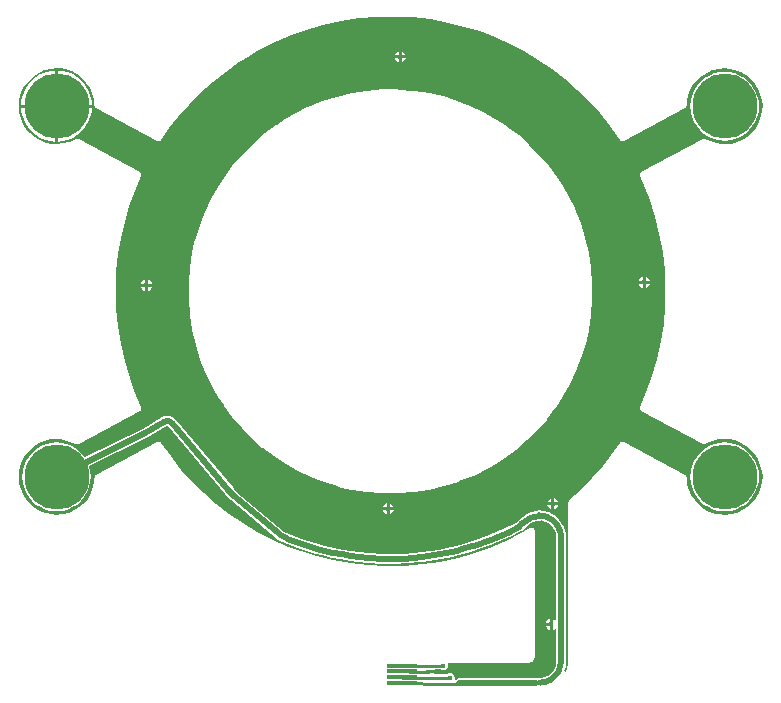
<source format=gbr>
%TF.GenerationSoftware,Altium Limited,Altium Designer,21.8.1 (53)*%
G04 Layer_Physical_Order=2*
G04 Layer_Color=16711680*
%FSLAX45Y45*%
%MOMM*%
%TF.SameCoordinates,9CAB6441-B9E9-44DD-A1F1-36E89FF17874*%
%TF.FilePolarity,Positive*%
%TF.FileFunction,Copper,L2,Bot,Signal*%
%TF.Part,Single*%
G01*
G75*
%TA.AperFunction,Conductor*%
%ADD10C,0.50800*%
%TA.AperFunction,SMDPad,CuDef*%
%ADD12R,2.50000X0.30000*%
%TA.AperFunction,Conductor*%
%ADD13C,0.25400*%
%TA.AperFunction,ComponentPad*%
%ADD14C,5.50000*%
%TA.AperFunction,ViaPad*%
%ADD15C,0.45000*%
G36*
X3014760Y3890630D02*
X3166483Y3873405D01*
X3316952Y3846226D01*
X3450637Y3813349D01*
X3582292Y3772571D01*
X3711422Y3724024D01*
X3837556Y3667858D01*
X3960244Y3604252D01*
X4079048Y3533406D01*
X4193534Y3455554D01*
X4303292Y3370947D01*
X4407915Y3279869D01*
X4507018Y3182623D01*
X4600228Y3079542D01*
X4689253Y2968245D01*
X4769947Y2853796D01*
X4772496Y2851372D01*
X4774736Y2848657D01*
X4776128Y2847918D01*
X4777269Y2846833D01*
X4780552Y2845568D01*
X4783660Y2843917D01*
X4785229Y2843767D01*
X4786699Y2843201D01*
X4790215Y2843289D01*
X4793718Y2842953D01*
X4795225Y2843415D01*
X4796800Y2843454D01*
X4800016Y2844882D01*
X4803380Y2845912D01*
X5321970Y3124852D01*
X5324056Y3126573D01*
X5326422Y3127882D01*
X5327915Y3129757D01*
X5329765Y3131283D01*
X5331034Y3133672D01*
X5332718Y3135786D01*
X5333380Y3138089D01*
X5334505Y3140207D01*
X5334763Y3142899D01*
X5335510Y3145497D01*
X5338891Y3185848D01*
X5347224Y3225388D01*
X5366044Y3276141D01*
X5393185Y3323130D01*
X5428203Y3365241D01*
X5465529Y3397622D01*
X5507754Y3424074D01*
X5553807Y3443746D01*
X5605856Y3456598D01*
X5656667Y3460635D01*
X5698616Y3457868D01*
X5741798Y3449082D01*
X5792550Y3430338D01*
X5839610Y3403230D01*
X5881791Y3368227D01*
X5914233Y3330901D01*
X5940738Y3288665D01*
X5960456Y3242590D01*
X5973366Y3190393D01*
X5977412Y3139539D01*
X5974644Y3097589D01*
X5965858Y3054406D01*
X5947114Y3003652D01*
X5920007Y2956594D01*
X5885006Y2914414D01*
X5847681Y2881973D01*
X5805445Y2855468D01*
X5759371Y2835749D01*
X5707176Y2822841D01*
X5656157Y2818783D01*
X5622423Y2820579D01*
X5588812Y2826001D01*
X5540263Y2840598D01*
X5493542Y2863071D01*
X5491549Y2863584D01*
X5489730Y2864546D01*
X5486701Y2864832D01*
X5483756Y2865590D01*
X5481720Y2865302D01*
X5479670Y2865495D01*
X5476762Y2864600D01*
X5473751Y2864173D01*
X5471979Y2863127D01*
X5470013Y2862521D01*
X4951251Y2582441D01*
X4948188Y2579906D01*
X4944922Y2577639D01*
X4944322Y2576706D01*
X4943467Y2575998D01*
X4941607Y2572484D01*
X4939457Y2569140D01*
X4939260Y2568048D01*
X4938740Y2567066D01*
X4938367Y2563108D01*
X4937661Y2559196D01*
X4937896Y2558111D01*
X4937792Y2557006D01*
X4938962Y2553207D01*
X4939806Y2549322D01*
X4983362Y2449196D01*
X5022526Y2346167D01*
X5068334Y2201679D01*
X5104657Y2054454D01*
X5131338Y1905013D01*
X5148232Y1753984D01*
X5155235Y1602006D01*
X5152284Y1449730D01*
X5139360Y1297808D01*
X5116532Y1147142D01*
X5083785Y997872D01*
X5043093Y856566D01*
X4994770Y721196D01*
X4939342Y591510D01*
X4938540Y587698D01*
X4937394Y583978D01*
X4937506Y582790D01*
X4937260Y581622D01*
X4937977Y577794D01*
X4938342Y573918D01*
X4938900Y572863D01*
X4939120Y571690D01*
X4941247Y568428D01*
X4943068Y564987D01*
X4943988Y564226D01*
X4944640Y563226D01*
X4947852Y561027D01*
X4950852Y558543D01*
X5470012Y278240D01*
X5472368Y277515D01*
X5474531Y276328D01*
X5477151Y276042D01*
X5479670Y275266D01*
X5482125Y275498D01*
X5484576Y275229D01*
X5487106Y275967D01*
X5489730Y276214D01*
X5491910Y277368D01*
X5494277Y278058D01*
X5521515Y292241D01*
X5548922Y303415D01*
X5601864Y317254D01*
X5656751Y321960D01*
X5698622Y319198D01*
X5741803Y310412D01*
X5792557Y291668D01*
X5839613Y264562D01*
X5881796Y229558D01*
X5914235Y192234D01*
X5940740Y149998D01*
X5960458Y103924D01*
X5973366Y51729D01*
X5977412Y872D01*
X5974644Y-41077D01*
X5965858Y-84260D01*
X5947114Y-135014D01*
X5920007Y-182072D01*
X5885004Y-224254D01*
X5847679Y-256695D01*
X5805443Y-283200D01*
X5759368Y-302919D01*
X5707172Y-315829D01*
X5656235Y-319881D01*
X5618388Y-317625D01*
X5579681Y-310547D01*
X5528228Y-293100D01*
X5480357Y-267187D01*
X5437174Y-233213D01*
X5403714Y-196653D01*
X5376084Y-155005D01*
X5355175Y-109336D01*
X5340892Y-57012D01*
X5335464Y-4249D01*
X5334745Y-1915D01*
X5334516Y515D01*
X5333272Y2867D01*
X5332489Y5408D01*
X5330932Y7289D01*
X5329790Y9447D01*
X5327741Y11143D01*
X5326045Y13191D01*
X5323887Y14333D01*
X5322006Y15890D01*
X4803403Y295888D01*
X4800294Y296845D01*
X4797351Y298231D01*
X4795508Y298318D01*
X4793746Y298861D01*
X4790507Y298556D01*
X4787257Y298710D01*
X4785522Y298086D01*
X4783685Y297913D01*
X4780810Y296391D01*
X4777749Y295290D01*
X4776384Y294050D01*
X4774754Y293187D01*
X4772679Y290681D01*
X4770273Y288492D01*
X4624681Y91510D01*
X4533932Y-12277D01*
X4439532Y-108260D01*
X4341944Y-196763D01*
X4341562Y-197278D01*
X4341029Y-197634D01*
X4338567Y-201319D01*
X4335927Y-204881D01*
X4335772Y-205503D01*
X4335416Y-206036D01*
X4334551Y-210384D01*
X4333475Y-214684D01*
X4333569Y-215318D01*
X4333444Y-215946D01*
Y-659929D01*
X4333439Y-1515944D01*
X4333437Y-1549425D01*
X4332612Y-1568883D01*
X4330108Y-1588282D01*
X4325782Y-1607921D01*
X4319541Y-1627557D01*
X4311338Y-1646922D01*
X4310032Y-1649341D01*
X4298250Y-1644430D01*
X4310042Y-1605555D01*
X4314276Y-1562569D01*
X4314011D01*
Y-513883D01*
X4314327D01*
X4309891Y-468843D01*
X4305742Y-455167D01*
X4304900Y-450933D01*
X4304090Y-449720D01*
X4296753Y-425535D01*
X4275419Y-385621D01*
X4246708Y-350637D01*
X4211724Y-321925D01*
X4171810Y-300591D01*
X4128502Y-287454D01*
X4083462Y-283018D01*
Y-283333D01*
X4067605Y-286487D01*
X4064527Y-288544D01*
X4062411Y-288710D01*
X4021408Y-298554D01*
X3982449Y-314692D01*
X3946495Y-336724D01*
X3914430Y-364111D01*
X3914452Y-364133D01*
X3914451Y-364134D01*
X3888378Y-390207D01*
X3800981Y-434032D01*
X3665006Y-493039D01*
X3525689Y-543003D01*
X3418656Y-573689D01*
X3383249Y-583840D01*
X3341919Y-592821D01*
X3341918Y-592822D01*
X3238286Y-615341D01*
X3091419Y-637340D01*
X2943271Y-649712D01*
X2878267Y-650875D01*
X2763025D01*
X2645644Y-645280D01*
X2567669Y-636415D01*
X2497449Y-628431D01*
X2424232Y-615195D01*
X2424231D01*
X2350390Y-601844D01*
X2271447Y-582418D01*
X2219900Y-569733D01*
X2091306Y-529885D01*
X1965178Y-482448D01*
X1928183Y-465970D01*
X1521705Y-124315D01*
X1520001Y-123378D01*
X1490503Y-88321D01*
X1490502Y-88320D01*
X1008547Y484471D01*
X1006251Y486309D01*
X1003186Y490303D01*
X984085Y504960D01*
X961841Y514174D01*
X937970Y517316D01*
X914099Y514174D01*
X891855Y504960D01*
X891029Y504326D01*
X890354Y504083D01*
X732837Y409136D01*
X239576Y165532D01*
X235535Y172126D01*
X205865Y206865D01*
X171126Y236535D01*
X132173Y260405D01*
X89966Y277888D01*
X45544Y288553D01*
X0Y292137D01*
X-45544Y288553D01*
X-89966Y277888D01*
X-132173Y260405D01*
X-171126Y236535D01*
X-205865Y206865D01*
X-235535Y172126D01*
X-259405Y133173D01*
X-276888Y90966D01*
X-287553Y46544D01*
X-291137Y1000D01*
X-287553Y-44544D01*
X-276888Y-88966D01*
X-259405Y-131173D01*
X-235535Y-170126D01*
X-205865Y-204865D01*
X-171126Y-234535D01*
X-132173Y-258405D01*
X-89966Y-275888D01*
X-45544Y-286553D01*
X0Y-290137D01*
X45544Y-286553D01*
X89966Y-275888D01*
X132173Y-258405D01*
X171126Y-234535D01*
X205865Y-204865D01*
X235535Y-170126D01*
X259405Y-131173D01*
X276888Y-88966D01*
X287553Y-44544D01*
X291137Y1000D01*
X287553Y46544D01*
X276888Y90966D01*
X276694Y91435D01*
X771090Y335599D01*
X772482Y336668D01*
X774133Y337264D01*
X922374Y426620D01*
X933329Y432787D01*
X945106Y431091D01*
X945107Y431091D01*
X945160Y431086D01*
X1427092Y-141676D01*
X1462332Y-183559D01*
X1474955Y-193662D01*
X1475650Y-193863D01*
X1879329Y-533165D01*
X1884403Y-535954D01*
X1889130Y-539296D01*
X1931984Y-558385D01*
X1933847Y-558806D01*
X1935469Y-559815D01*
X2062619Y-607636D01*
X2064554Y-607955D01*
X2066277Y-608890D01*
X2195916Y-649061D01*
X2197816Y-649260D01*
X2199546Y-650069D01*
X2251644Y-662889D01*
X2331133Y-682451D01*
X2333185Y-682543D01*
X2335094Y-683295D01*
X2409488Y-696745D01*
X2409489Y-696745D01*
X2483332Y-710095D01*
X2485442Y-710058D01*
X2487452Y-710701D01*
X2558307Y-718757D01*
X2636883Y-727691D01*
X2639018Y-727513D01*
X2641096Y-728030D01*
X2760065Y-733701D01*
X2761056Y-733552D01*
X2762038Y-733748D01*
X2878397D01*
X2878993Y-733629D01*
X2879592Y-733737D01*
X2945355Y-732561D01*
X2947443Y-732106D01*
X2949567Y-732348D01*
X3098841Y-719881D01*
X3100969Y-719270D01*
X3103179Y-719376D01*
X3251903Y-697098D01*
X3253193Y-696635D01*
X3254564Y-696611D01*
X3359516Y-673804D01*
X3401424Y-664697D01*
X3403389Y-663843D01*
X3405522Y-663666D01*
X3441495Y-653352D01*
X3532757Y-627188D01*
X3549823Y-622295D01*
X3551039Y-621669D01*
X3552392Y-621467D01*
X3694254Y-570590D01*
X3695426Y-569887D01*
X3696761Y-569598D01*
X3835024Y-509598D01*
X3835980Y-508935D01*
X3837103Y-508627D01*
X3931515Y-461285D01*
X3936739Y-457221D01*
X3942241Y-453544D01*
X3973052Y-422733D01*
X3973858Y-421526D01*
X4000976Y-399271D01*
X4033176Y-382060D01*
X4068114Y-371462D01*
X4092079Y-369102D01*
X4104449Y-368307D01*
X4116426Y-370055D01*
X4140067Y-377227D01*
X4165639Y-390896D01*
X4188054Y-409291D01*
X4206449Y-431705D01*
X4220118Y-457278D01*
X4226159Y-477193D01*
X4228535Y-485026D01*
X4231298Y-513081D01*
X4231139Y-513883D01*
Y-1201808D01*
X4218439Y-1208378D01*
X4207976Y-1201387D01*
X4201987Y-1200196D01*
Y-1246508D01*
Y-1292820D01*
X4207976Y-1291629D01*
X4218439Y-1284638D01*
X4231139Y-1291208D01*
Y-1562569D01*
X4231564Y-1564706D01*
X4227146Y-1598261D01*
X4213370Y-1631521D01*
X4191454Y-1660082D01*
X4168695Y-1677545D01*
X4162893Y-1681997D01*
X4129634Y-1695774D01*
X4106262Y-1698851D01*
X4093942Y-1699766D01*
X4093941Y-1699767D01*
X4078085Y-1702921D01*
X4075070Y-1704935D01*
X4060693Y-1702076D01*
X3978519D01*
X3963403Y-1705082D01*
X3407544D01*
X3391687Y-1708237D01*
X3380461Y-1715737D01*
X3372079Y-1712161D01*
X3368765Y-1709441D01*
X3370910Y-1698654D01*
X3367981Y-1683929D01*
X3359640Y-1671445D01*
X3347157Y-1663104D01*
X3332431Y-1660175D01*
X3317706Y-1663104D01*
X3307135Y-1670167D01*
X3200743D01*
X3193033Y-1659990D01*
X3144308D01*
Y-1634590D01*
X3193763D01*
X3201196Y-1625093D01*
X3248331D01*
X3260396Y-1633154D01*
X3275122Y-1636083D01*
X3289847Y-1633154D01*
X3302331Y-1624813D01*
X3310672Y-1612330D01*
X3313601Y-1597604D01*
X3311004Y-1584548D01*
X3313194Y-1578161D01*
X3316569Y-1571848D01*
X3406092Y-1571856D01*
X3406094Y-1571856D01*
X3406096Y-1571856D01*
X3985902Y-1571842D01*
X3993098D01*
X3993267Y-1571809D01*
X3993435Y-1571840D01*
X3997652Y-1571785D01*
X3998553Y-1571594D01*
X3999467Y-1571698D01*
X4003653Y-1571349D01*
X4005066Y-1570943D01*
X4006537Y-1570944D01*
X4010217Y-1570215D01*
X4011841Y-1569543D01*
X4013584Y-1569308D01*
X4017107Y-1568099D01*
X4018816Y-1567105D01*
X4020713Y-1566548D01*
X4023993Y-1564831D01*
X4025626Y-1563515D01*
X4027517Y-1562608D01*
X4030471Y-1560394D01*
X4031906Y-1558795D01*
X4033665Y-1557560D01*
X4036212Y-1554894D01*
X4037422Y-1552990D01*
X4039018Y-1551394D01*
X4041298Y-1547982D01*
X4042206Y-1545791D01*
X4043550Y-1543838D01*
X4045312Y-1539748D01*
X4045816Y-1537385D01*
X4046795Y-1535175D01*
X4047976Y-1529915D01*
X4048031Y-1527653D01*
X4048576Y-1525457D01*
X4048965Y-1517159D01*
X4048874Y-1516550D01*
X4048994Y-1515946D01*
Y-659929D01*
Y-456268D01*
X4048694Y-454763D01*
X4048815Y-453234D01*
X4047717Y-449848D01*
X4047022Y-446357D01*
X4046170Y-445082D01*
X4045697Y-443622D01*
X4043386Y-440915D01*
X4041408Y-437955D01*
X4040133Y-437103D01*
X4039137Y-435936D01*
X4035967Y-434319D01*
X4033007Y-432342D01*
X4031501Y-432042D01*
X4030135Y-431345D01*
X4026588Y-431065D01*
X4023096Y-430370D01*
X4021591Y-430669D01*
X4020062Y-430549D01*
X4016676Y-431647D01*
X4013186Y-432342D01*
X4011910Y-433194D01*
X4010450Y-433667D01*
X3918658Y-485028D01*
X3823698Y-532645D01*
X3684758Y-592938D01*
X3542152Y-644083D01*
X3396348Y-685884D01*
X3247966Y-718128D01*
X3097632Y-740646D01*
X2945986Y-753311D01*
X2793663Y-756035D01*
X2641333Y-748774D01*
X2489638Y-731527D01*
X2339199Y-704329D01*
X2205545Y-671439D01*
X2073909Y-630649D01*
X1944807Y-582093D01*
X1818702Y-525922D01*
X1696040Y-462313D01*
X1577260Y-391466D01*
X1462798Y-313616D01*
X1353069Y-229017D01*
X1248469Y-137946D01*
X1149389Y-40710D01*
X1056199Y62359D01*
X967227Y173597D01*
X886547Y288027D01*
X883983Y290466D01*
X881726Y293192D01*
X880352Y293919D01*
X879225Y294991D01*
X875923Y296263D01*
X872795Y297918D01*
X871247Y298064D01*
X869796Y298623D01*
X866258Y298534D01*
X862735Y298866D01*
X861249Y298408D01*
X859694Y298369D01*
X856460Y296934D01*
X853078Y295892D01*
X334487Y15889D01*
X332422Y14180D01*
X330076Y12883D01*
X328567Y10989D01*
X326702Y9446D01*
X325449Y7077D01*
X323778Y4981D01*
X323109Y2654D01*
X321977Y515D01*
X321725Y-2153D01*
X320984Y-4730D01*
X317580Y-45230D01*
X309174Y-84967D01*
X290315Y-135665D01*
X263149Y-182599D01*
X228118Y-224654D01*
X190790Y-256990D01*
X148575Y-283398D01*
X102539Y-303035D01*
X50600Y-315843D01*
X-173Y-319875D01*
X-42124Y-317107D01*
X-85306Y-308321D01*
X-136059Y-289576D01*
X-183117Y-262470D01*
X-225299Y-227466D01*
X-257739Y-190141D01*
X-284245Y-147903D01*
X-303964Y-101830D01*
X-316873Y-49634D01*
X-320919Y1222D01*
X-318152Y43173D01*
X-309366Y86355D01*
X-290622Y137109D01*
X-263516Y184166D01*
X-228512Y226348D01*
X-191190Y258786D01*
X-148952Y285293D01*
X-102879Y305011D01*
X-50684Y317920D01*
X339Y321978D01*
X33922Y320198D01*
X67287Y314844D01*
X116143Y300196D01*
X162955Y277688D01*
X164946Y277175D01*
X166764Y276214D01*
X169794Y275928D01*
X172741Y275170D01*
X174777Y275459D01*
X176824Y275266D01*
X179732Y276161D01*
X182745Y276588D01*
X184516Y277635D01*
X186481Y278240D01*
X705628Y558554D01*
X708651Y561056D01*
X711881Y563278D01*
X712515Y564254D01*
X713412Y564997D01*
X715247Y568464D01*
X717382Y571754D01*
X717593Y572899D01*
X718138Y573928D01*
X718506Y577833D01*
X719219Y581690D01*
X718977Y582829D01*
X719086Y583989D01*
X717932Y587736D01*
X717115Y591573D01*
X665584Y711389D01*
X620481Y834944D01*
X577162Y980581D01*
X543418Y1128838D01*
X519404Y1279148D01*
X505259Y1430874D01*
X501074Y1583364D01*
X506901Y1735965D01*
X522750Y1888059D01*
X545536Y2023837D01*
X576354Y2158188D01*
X615110Y2290592D01*
X662120Y2421684D01*
X716745Y2549476D01*
X717548Y2553288D01*
X718694Y2557009D01*
X718582Y2558196D01*
X718828Y2559364D01*
X718111Y2563192D01*
X717746Y2567069D01*
X717188Y2568123D01*
X716968Y2569296D01*
X714841Y2572558D01*
X713019Y2576000D01*
X712101Y2576761D01*
X711449Y2577760D01*
X708235Y2579961D01*
X705235Y2582443D01*
X186480Y2862521D01*
X184123Y2863246D01*
X181961Y2864432D01*
X179341Y2864719D01*
X176823Y2865494D01*
X174368Y2865263D01*
X171916Y2865531D01*
X169386Y2864793D01*
X166762Y2864546D01*
X164582Y2863392D01*
X162215Y2862702D01*
X135006Y2848534D01*
X107651Y2837374D01*
X54649Y2823510D01*
X-260Y2818801D01*
X-42129Y2821563D01*
X-85311Y2830348D01*
X-136064Y2849093D01*
X-183122Y2876199D01*
X-225302Y2911201D01*
X-257742Y2948526D01*
X-284247Y2990763D01*
X-303966Y3036837D01*
X-316875Y3089033D01*
X-320920Y3139888D01*
X-318152Y3181838D01*
X-309366Y3225020D01*
X-290621Y3275775D01*
X-263514Y3322832D01*
X-228511Y3365015D01*
X-191187Y3397455D01*
X-148949Y3423961D01*
X-102875Y3443680D01*
X-50680Y3456589D01*
X257Y3460641D01*
X38133Y3458382D01*
X76877Y3451292D01*
X128318Y3433837D01*
X176180Y3407919D01*
X219352Y3373942D01*
X252804Y3337381D01*
X280426Y3295735D01*
X301328Y3250068D01*
X315602Y3197767D01*
X321028Y3145010D01*
X321747Y3142676D01*
X321976Y3140245D01*
X323220Y3137895D01*
X324003Y3135353D01*
X325560Y3133472D01*
X326702Y3131314D01*
X328752Y3129618D01*
X330447Y3127570D01*
X332605Y3126428D01*
X334487Y3124871D01*
X852564Y2845167D01*
X855994Y2844110D01*
X859284Y2842666D01*
X860786Y2842635D01*
X862221Y2842193D01*
X865796Y2842530D01*
X869386Y2842455D01*
X870786Y2843000D01*
X872281Y2843141D01*
X875456Y2844821D01*
X878801Y2846125D01*
X879884Y2847164D01*
X881213Y2847867D01*
X883503Y2850634D01*
X886094Y2853119D01*
X956273Y2953533D01*
X1030815Y3049140D01*
X1121730Y3153224D01*
X1218720Y3251785D01*
X1321485Y3344489D01*
X1431389Y3432280D01*
X1544839Y3512248D01*
X1619828Y3559795D01*
X1697737Y3605086D01*
X1832353Y3674263D01*
X1971188Y3734552D01*
X2113810Y3785740D01*
X2259628Y3827582D01*
X2408027Y3859863D01*
X2558381Y3882416D01*
X2710059Y3895113D01*
X2862398Y3897865D01*
X3014760Y3890630D01*
D02*
G37*
%LPC*%
G36*
X2921486Y3602304D02*
Y3568692D01*
X2955098D01*
X2953907Y3574681D01*
X2943320Y3590526D01*
X2927476Y3601113D01*
X2921486Y3602304D01*
D02*
G37*
G36*
X2896086D02*
X2890097Y3601113D01*
X2874252Y3590526D01*
X2863665Y3574681D01*
X2862474Y3568692D01*
X2896086D01*
Y3602304D01*
D02*
G37*
G36*
X2955098Y3543292D02*
X2921486D01*
Y3509680D01*
X2927476Y3510871D01*
X2943320Y3521458D01*
X2953907Y3537302D01*
X2955098Y3543292D01*
D02*
G37*
G36*
X2896086D02*
X2862474D01*
X2863665Y3537302D01*
X2874252Y3521458D01*
X2890097Y3510871D01*
X2896086Y3509680D01*
Y3543292D01*
D02*
G37*
G36*
X2764527Y3280716D02*
X2763532Y3280519D01*
X2762526Y3280640D01*
X2632725Y3270695D01*
X2631751Y3270422D01*
X2630739Y3270466D01*
X2502287Y3250568D01*
X2501338Y3250222D01*
X2500328Y3250187D01*
X2373984Y3220501D01*
X2373065Y3220083D01*
X2372063Y3219970D01*
X2248566Y3180716D01*
X2247684Y3180229D01*
X2246694Y3180041D01*
X2126765Y3131497D01*
X2125925Y3130945D01*
X2124953Y3130682D01*
X2009283Y3073178D01*
X2008623Y3072668D01*
X2007833Y3072399D01*
X1934245Y3029782D01*
X1933752Y3029349D01*
X1933141Y3029106D01*
X1863134Y2983747D01*
X1862568Y2983196D01*
X1861853Y2982861D01*
X1765721Y2912016D01*
X1765087Y2911320D01*
X1764265Y2910859D01*
X1671001Y2831190D01*
X1670419Y2830451D01*
X1669633Y2829934D01*
X1584874Y2746305D01*
X1584354Y2745538D01*
X1583619Y2744975D01*
X1505081Y2655696D01*
X1504616Y2654895D01*
X1503924Y2654283D01*
X1431969Y2559817D01*
X1431563Y2558988D01*
X1430916Y2558329D01*
X1365872Y2459162D01*
X1365526Y2458307D01*
X1364927Y2457605D01*
X1307091Y2354246D01*
X1306806Y2353369D01*
X1306259Y2352628D01*
X1255883Y2245600D01*
X1255661Y2244707D01*
X1255168Y2243930D01*
X1212474Y2133770D01*
X1212315Y2132865D01*
X1211878Y2132057D01*
X1177046Y2019318D01*
X1176951Y2018405D01*
X1176572Y2017568D01*
X1149742Y1902811D01*
X1149710Y1901844D01*
X1149376Y1900936D01*
X1129075Y1771751D01*
X1129116Y1770735D01*
X1128841Y1769756D01*
X1118625Y1639583D01*
X1118745Y1638575D01*
X1118546Y1637579D01*
X1118433Y1507201D01*
X1118630Y1506207D01*
X1118509Y1505201D01*
X1128453Y1375400D01*
X1128726Y1374425D01*
X1128683Y1373414D01*
X1148581Y1244962D01*
X1148928Y1244012D01*
X1148962Y1243002D01*
X1178649Y1116658D01*
X1179067Y1115739D01*
X1179179Y1114737D01*
X1218433Y991240D01*
X1218920Y990358D01*
X1219108Y989368D01*
X1267653Y869439D01*
X1268205Y868598D01*
X1268468Y867627D01*
X1325971Y751958D01*
X1326481Y751298D01*
X1326750Y750508D01*
X1369367Y676919D01*
X1369801Y676425D01*
X1370043Y675815D01*
X1415402Y605809D01*
X1415952Y605242D01*
X1416288Y604527D01*
X1487134Y508395D01*
X1487830Y507760D01*
X1488291Y506939D01*
X1567959Y413676D01*
X1568698Y413094D01*
X1569216Y412308D01*
X1652845Y327549D01*
X1653612Y327029D01*
X1654174Y326294D01*
X1743453Y247755D01*
X1744254Y247291D01*
X1744866Y246598D01*
X1839332Y174643D01*
X1840162Y174237D01*
X1840821Y173590D01*
X1939986Y108547D01*
X1940842Y108201D01*
X1941544Y107602D01*
X2044903Y49765D01*
X2045780Y49480D01*
X2046521Y48933D01*
X2153550Y-1443D01*
X2154443Y-1665D01*
X2155220Y-2158D01*
X2265379Y-44852D01*
X2266285Y-45010D01*
X2267093Y-45447D01*
X2379831Y-80279D01*
X2380744Y-80374D01*
X2381580Y-80754D01*
X2496338Y-107583D01*
X2497305Y-107615D01*
X2498213Y-107949D01*
X2627399Y-128251D01*
X2628414Y-128210D01*
X2629393Y-128486D01*
X2759567Y-138701D01*
X2760575Y-138581D01*
X2761570Y-138780D01*
X2891948Y-138893D01*
X2892942Y-138696D01*
X2893948Y-138817D01*
X3023749Y-128872D01*
X3024724Y-128599D01*
X3025735Y-128643D01*
X3154187Y-108745D01*
X3155136Y-108399D01*
X3156147Y-108364D01*
X3282492Y-78677D01*
X3283410Y-78259D01*
X3284413Y-78147D01*
X3407909Y-38892D01*
X3408791Y-38406D01*
X3409781Y-38217D01*
X3529710Y10327D01*
X3530551Y10879D01*
X3531522Y11142D01*
X3647192Y68645D01*
X3647852Y69155D01*
X3648642Y69425D01*
X3722230Y112041D01*
X3722723Y112475D01*
X3723334Y112718D01*
X3793340Y158076D01*
X3793907Y158627D01*
X3794622Y158963D01*
X3890753Y229808D01*
X3891388Y230504D01*
X3892210Y230965D01*
X3985473Y310633D01*
X3986055Y311372D01*
X3986841Y311890D01*
X4071600Y395519D01*
X4072120Y396286D01*
X4072855Y396848D01*
X4151394Y486128D01*
X4151858Y486929D01*
X4152551Y487541D01*
X4224506Y582006D01*
X4224912Y582836D01*
X4225560Y583495D01*
X4290602Y682661D01*
X4290948Y683516D01*
X4291547Y684218D01*
X4349385Y787578D01*
X4349669Y788454D01*
X4350217Y789196D01*
X4400591Y896224D01*
X4400813Y897117D01*
X4401306Y897894D01*
X4444001Y1008053D01*
X4444160Y1008959D01*
X4444597Y1009767D01*
X4479429Y1122506D01*
X4479523Y1123419D01*
X4479903Y1124255D01*
X4506732Y1239013D01*
X4506764Y1239979D01*
X4507098Y1240888D01*
X4527400Y1370073D01*
X4527359Y1371088D01*
X4527635Y1372067D01*
X4537849Y1502241D01*
X4537730Y1503249D01*
X4537929Y1504244D01*
X4538041Y1634622D01*
X4537845Y1635616D01*
X4537966Y1636623D01*
X4528021Y1766424D01*
X4527748Y1767399D01*
X4527792Y1768410D01*
X4507894Y1896862D01*
X4507548Y1897811D01*
X4507513Y1898821D01*
X4477826Y2025166D01*
X4477409Y2026084D01*
X4477296Y2027087D01*
X4438042Y2150583D01*
X4437555Y2151466D01*
X4437367Y2152455D01*
X4388822Y2272384D01*
X4388270Y2273225D01*
X4388007Y2274196D01*
X4330504Y2389866D01*
X4329994Y2390527D01*
X4329725Y2391316D01*
X4287108Y2464905D01*
X4286674Y2465398D01*
X4286431Y2466009D01*
X4241073Y2536014D01*
X4240522Y2536581D01*
X4240187Y2537296D01*
X4169342Y2633427D01*
X4168646Y2634062D01*
X4168185Y2634884D01*
X4088516Y2728147D01*
X4087777Y2728730D01*
X4087259Y2729515D01*
X4003630Y2814275D01*
X4002863Y2814794D01*
X4002301Y2815530D01*
X3913022Y2894068D01*
X3912221Y2894532D01*
X3911609Y2895225D01*
X3817143Y2967181D01*
X3816313Y2967586D01*
X3815654Y2968234D01*
X3716488Y3033277D01*
X3715633Y3033622D01*
X3714931Y3034222D01*
X3611572Y3092059D01*
X3610696Y3092343D01*
X3609954Y3092891D01*
X3502925Y3143266D01*
X3502032Y3143488D01*
X3501255Y3143981D01*
X3391096Y3186675D01*
X3390190Y3186834D01*
X3389382Y3187271D01*
X3276644Y3222103D01*
X3275731Y3222198D01*
X3274894Y3222577D01*
X3160137Y3249406D01*
X3159170Y3249439D01*
X3158262Y3249772D01*
X3029077Y3270074D01*
X3028060Y3270033D01*
X3027082Y3270308D01*
X2896908Y3280524D01*
X2895900Y3280404D01*
X2894905Y3280603D01*
X2764527Y3280716D01*
D02*
G37*
G36*
X12700Y3440029D02*
Y3152400D01*
X300329D01*
X297619Y3186838D01*
X286581Y3232816D01*
X268486Y3276500D01*
X243780Y3316817D01*
X213072Y3352772D01*
X177117Y3383480D01*
X136800Y3408186D01*
X93116Y3426281D01*
X47138Y3437319D01*
X12700Y3440029D01*
D02*
G37*
G36*
X-12700D02*
X-47138Y3437319D01*
X-93116Y3426281D01*
X-136800Y3408186D01*
X-177117Y3383480D01*
X-213072Y3352772D01*
X-243780Y3316817D01*
X-268486Y3276500D01*
X-286581Y3232816D01*
X-297619Y3186838D01*
X-300329Y3152400D01*
X-12700D01*
Y3440029D01*
D02*
G37*
G36*
X5656500Y3430837D02*
X5610956Y3427253D01*
X5566534Y3416588D01*
X5524327Y3399105D01*
X5485374Y3375235D01*
X5450635Y3345565D01*
X5420965Y3310826D01*
X5397095Y3271874D01*
X5379612Y3229666D01*
X5368947Y3185244D01*
X5365363Y3139700D01*
X5368947Y3094156D01*
X5379612Y3049734D01*
X5397095Y3007527D01*
X5420965Y2968574D01*
X5450635Y2933835D01*
X5485374Y2904165D01*
X5524327Y2880295D01*
X5566534Y2862812D01*
X5610956Y2852147D01*
X5656500Y2848563D01*
X5702044Y2852147D01*
X5746466Y2862812D01*
X5788673Y2880295D01*
X5827626Y2904165D01*
X5862365Y2933835D01*
X5892035Y2968574D01*
X5915905Y3007527D01*
X5933388Y3049734D01*
X5944053Y3094156D01*
X5947637Y3139700D01*
X5944053Y3185244D01*
X5933388Y3229666D01*
X5915905Y3271874D01*
X5892035Y3310826D01*
X5862365Y3345565D01*
X5827626Y3375235D01*
X5788673Y3399105D01*
X5746466Y3416588D01*
X5702044Y3427253D01*
X5656500Y3430837D01*
D02*
G37*
G36*
X300329Y3127000D02*
X12700D01*
Y2839371D01*
X47138Y2842081D01*
X93116Y2853119D01*
X136800Y2871214D01*
X177117Y2895920D01*
X213072Y2926628D01*
X243780Y2962583D01*
X268486Y3002900D01*
X286581Y3046584D01*
X297619Y3092562D01*
X300329Y3127000D01*
D02*
G37*
G36*
X-12700D02*
X-300329D01*
X-297619Y3092562D01*
X-286581Y3046584D01*
X-268486Y3002900D01*
X-243780Y2962583D01*
X-213072Y2926628D01*
X-177117Y2895920D01*
X-136800Y2871214D01*
X-93116Y2853119D01*
X-47138Y2842081D01*
X-12700Y2839371D01*
Y3127000D01*
D02*
G37*
G36*
X4988660Y1694261D02*
Y1660649D01*
X5022272D01*
X5021081Y1666639D01*
X5010494Y1682483D01*
X4994650Y1693070D01*
X4988660Y1694261D01*
D02*
G37*
G36*
X4963260D02*
X4957271Y1693070D01*
X4941426Y1682483D01*
X4930839Y1666639D01*
X4929648Y1660649D01*
X4963260D01*
Y1694261D01*
D02*
G37*
G36*
X774361Y1669890D02*
Y1636278D01*
X807973D01*
X806781Y1642267D01*
X796194Y1658111D01*
X780350Y1668698D01*
X774361Y1669890D01*
D02*
G37*
G36*
X748961D02*
X742971Y1668698D01*
X727127Y1658111D01*
X716540Y1642267D01*
X715349Y1636278D01*
X748961D01*
Y1669890D01*
D02*
G37*
G36*
X5022272Y1635249D02*
X4988660D01*
Y1601637D01*
X4994650Y1602828D01*
X5010494Y1613415D01*
X5021081Y1629259D01*
X5022272Y1635249D01*
D02*
G37*
G36*
X4963260D02*
X4929648D01*
X4930839Y1629259D01*
X4941426Y1613415D01*
X4957271Y1602828D01*
X4963260Y1601637D01*
Y1635249D01*
D02*
G37*
G36*
X807973Y1610878D02*
X774361D01*
Y1577266D01*
X780350Y1578457D01*
X796194Y1589044D01*
X806781Y1604888D01*
X807973Y1610878D01*
D02*
G37*
G36*
X748961D02*
X715349D01*
X716540Y1604888D01*
X727127Y1589044D01*
X742971Y1578457D01*
X748961Y1577266D01*
Y1610878D01*
D02*
G37*
G36*
X4215974Y-181024D02*
Y-214636D01*
X4249586D01*
X4248395Y-208646D01*
X4237808Y-192802D01*
X4221964Y-182215D01*
X4215974Y-181024D01*
D02*
G37*
G36*
X4190574D02*
X4184585Y-182215D01*
X4168740Y-192802D01*
X4158153Y-208646D01*
X4156962Y-214636D01*
X4190574D01*
Y-181024D01*
D02*
G37*
G36*
X2819693Y-222555D02*
Y-256167D01*
X2853305D01*
X2852113Y-250177D01*
X2841526Y-234333D01*
X2825682Y-223746D01*
X2819693Y-222555D01*
D02*
G37*
G36*
X2794293D02*
X2788303Y-223746D01*
X2772459Y-234333D01*
X2761872Y-250177D01*
X2760681Y-256167D01*
X2794293D01*
Y-222555D01*
D02*
G37*
G36*
X4249586Y-240036D02*
X4215974D01*
Y-273648D01*
X4221964Y-272456D01*
X4237808Y-261869D01*
X4248395Y-246025D01*
X4249586Y-240036D01*
D02*
G37*
G36*
X4190574D02*
X4156962D01*
X4158153Y-246025D01*
X4168740Y-261869D01*
X4184585Y-272456D01*
X4190574Y-273648D01*
Y-240036D01*
D02*
G37*
G36*
X5656500Y292137D02*
X5610956Y288553D01*
X5566534Y277888D01*
X5524327Y260405D01*
X5485374Y236535D01*
X5450635Y206865D01*
X5420965Y172126D01*
X5397095Y133173D01*
X5379612Y90966D01*
X5368947Y46544D01*
X5365363Y1000D01*
X5368947Y-44544D01*
X5379612Y-88966D01*
X5397095Y-131173D01*
X5420965Y-170126D01*
X5450635Y-204865D01*
X5485374Y-234535D01*
X5524327Y-258405D01*
X5566534Y-275888D01*
X5610956Y-286553D01*
X5656500Y-290137D01*
X5702044Y-286553D01*
X5746466Y-275888D01*
X5788673Y-258405D01*
X5827626Y-234535D01*
X5862365Y-204865D01*
X5892035Y-170126D01*
X5915905Y-131173D01*
X5933388Y-88966D01*
X5944053Y-44544D01*
X5947637Y1000D01*
X5944053Y46544D01*
X5933388Y90966D01*
X5915905Y133173D01*
X5892035Y172126D01*
X5862365Y206865D01*
X5827626Y236535D01*
X5788673Y260405D01*
X5746466Y277888D01*
X5702044Y288553D01*
X5656500Y292137D01*
D02*
G37*
G36*
X2853305Y-281567D02*
X2819693D01*
Y-315179D01*
X2825682Y-313988D01*
X2841526Y-303401D01*
X2852113Y-287556D01*
X2853305Y-281567D01*
D02*
G37*
G36*
X2794293D02*
X2760681D01*
X2761872Y-287556D01*
X2772459Y-303401D01*
X2788303Y-313988D01*
X2794293Y-315179D01*
Y-281567D01*
D02*
G37*
G36*
X4176587Y-1200196D02*
X4170597Y-1201387D01*
X4154753Y-1211974D01*
X4144166Y-1227818D01*
X4142974Y-1233808D01*
X4176587D01*
Y-1200196D01*
D02*
G37*
G36*
Y-1259208D02*
X4142974D01*
X4144166Y-1265198D01*
X4154753Y-1281042D01*
X4170597Y-1291629D01*
X4176587Y-1292820D01*
Y-1259208D01*
D02*
G37*
%LPD*%
D10*
X4266618Y-466790D02*
G03*
X4083462Y-324769I-183156J-47093D01*
G01*
X4104449Y-326870D02*
G03*
X3943752Y-393433I0J-227261D01*
G01*
X4272575Y-513883D02*
G03*
X4266618Y-466790I-189113J0D01*
G01*
X4191312Y-1712332D02*
G03*
X4272575Y-1562569I-97371J149763D01*
G01*
X4097431Y-1741169D02*
G03*
X4191312Y-1712332I-3490J178600D01*
G01*
X4093942Y-1741203D02*
G03*
X4097431Y-1741169I0J178634D01*
G01*
X976841Y457794D02*
G03*
X911745Y468595I-38871J-32707D01*
G01*
X3912941Y-424244D02*
X3943752Y-393433D01*
X3680266Y-531586D02*
X3818529Y-471587D01*
X3912941Y-424244D01*
X4272575Y-1562569D02*
Y-513883D01*
X3978519Y-1743512D02*
X4060693D01*
X3407544Y-1746519D02*
X3978519D01*
X1905990Y-501445D02*
X1948844Y-520534D01*
X1950056Y-521031D02*
X2077205Y-568852D01*
X1458797Y-114999D02*
X1494038Y-156881D01*
X1495044Y-156035D02*
X1905990Y-501445D01*
X976841Y457794D02*
X1458797Y-114999D01*
X0Y1000D02*
X752742Y372752D01*
X911745Y468595D01*
X0Y1000D02*
X0D01*
X2416861Y-655970D02*
X2490704Y-669320D01*
X2342466Y-642520D02*
X2416861Y-655970D01*
X3394102Y-623834D02*
X3430076Y-613520D01*
X3350717Y-633313D02*
X3392626Y-624206D01*
X3097041Y-678397D02*
X3245765Y-656119D01*
X2946119Y-691055D02*
X3095392Y-678589D01*
X2878851Y-692307D02*
X2944614Y-691131D01*
X2762038Y-692311D02*
X2878397D01*
X2261546Y-622654D02*
X2341035Y-642215D01*
X2078542Y-569310D02*
X2208181Y-609482D01*
X3538404Y-582464D02*
X3680266Y-531586D01*
X3521338Y-587356D02*
X3538404Y-582464D01*
X3430076Y-613520D02*
X3521338Y-587356D01*
X3245765Y-656119D02*
X3350717Y-633313D01*
X2643069Y-686641D02*
X2762038Y-692311D01*
X2562988Y-677586D02*
X2641564Y-686520D01*
X2492133Y-669530D02*
X2562988Y-677586D01*
X2209447Y-609833D02*
X2261546Y-622654D01*
D12*
X2926047Y-1746520D02*
D03*
Y-1696520D02*
D03*
Y-1646520D02*
D03*
Y-1596520D02*
D03*
D13*
X1948844Y-520533D02*
G03*
X1950056Y-521030I10245J23242D01*
G01*
X3392626Y-624206D02*
G03*
X3394102Y-623834I-5462J24806D01*
G01*
X3095392Y-678589D02*
G03*
X3097041Y-678397I-2114J25312D01*
G01*
X2878397Y-692311D02*
G03*
X2878851Y-692307I0J25400D01*
G01*
X2341035Y-642214D02*
G03*
X2342466Y-642520I6009J24679D01*
G01*
X2077205Y-568852D02*
G03*
X2078542Y-569310I8898J23791D01*
G01*
X2944614Y-691131D02*
G03*
X2946119Y-691055I-533J25394D01*
G01*
X2641564Y-686520D02*
G03*
X2643069Y-686641I2791J25246D01*
G01*
X2490704Y-669320D02*
G03*
X2492133Y-669530I4409J25014D01*
G01*
X2208181Y-609481D02*
G03*
X2209447Y-609833I7427J24290D01*
G01*
X3139655Y-1650597D02*
X3142962Y-1647290D01*
X3144308D01*
X2928182Y-1698654D02*
X3332431D01*
X3332431Y-1698654D01*
X2926047Y-1696520D02*
X2928182Y-1698654D01*
X3269008Y-1753540D02*
X3386663D01*
X3387295Y-1752908D01*
X3401154D02*
X3404905Y-1749158D01*
X2926048Y-1746519D02*
X3268488Y-1753535D01*
X3387295Y-1752908D02*
X3401154D01*
X3268488Y-1753535D02*
X3269008Y-1753540D01*
X3147106Y-1596605D02*
X3274123D01*
X3275122Y-1597604D01*
X3147096Y-1596605D02*
X3147106Y-1596606D01*
X2926133Y-1596605D02*
X3147096D01*
X3038347Y-1648820D02*
X3139655Y-1650597D01*
X2926047Y-1646520D02*
X3038347Y-1648820D01*
X2926047Y-1596520D02*
X2926133Y-1596605D01*
D14*
X0Y1000D02*
D03*
Y3139700D02*
D03*
X5656500Y1000D02*
D03*
Y3139700D02*
D03*
D15*
X3144308Y-1647290D02*
D03*
X761661Y1623578D02*
D03*
X2908786Y3555992D02*
D03*
X4975960Y1647949D02*
D03*
X4203274Y-227336D02*
D03*
X4189287Y-1246508D02*
D03*
X3404905Y-1749158D02*
D03*
X3275122Y-1597604D02*
D03*
X3332431Y-1698654D02*
D03*
X2806993Y-268867D02*
D03*
%TF.MD5,66be0d0be5b8bc762633d77fa95c724f*%
M02*

</source>
